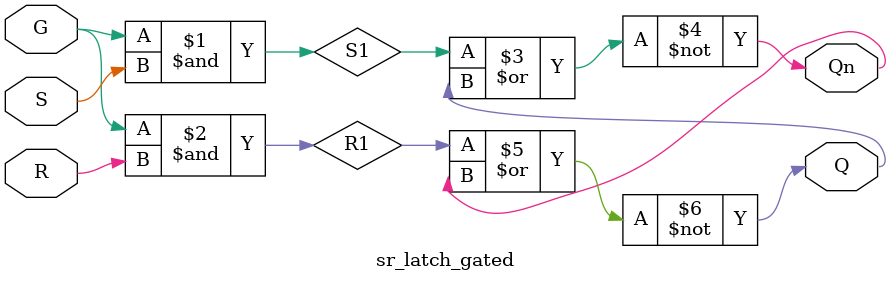
<source format=v>
/*
        BIDIRECTIONAL SHIFT REGISTER VERILOG CODE

*/

module shift_register_bidirectional(Q3, Q2, Q1, Q0, D3, D2, D1, D0, S1, S0, CLK);   
    output Q3;  // Register output most significant bit.
    output Q2;
    output Q1;
    output Q0;  // Register output least significant bit.
    input  D3;  // Register input most significant bit.
    input  D2;
    input  D1;
    input  D0;  // Register input least significant bit.
    input  S1;  // MUX selector most significant bit.
    input  S0;  // MUX selector least significant bit.
    input  CLK;
    wire   Q3n, Q2n, Q1n, Q0n;
    wire   X3, X2, X1, X0; 

    multiplexer_4_1 #(1) mux0(X0, Q3, Q1, Q0, D0, S1, S0);   
    d_flip_flop_edge_triggered dff0(Q0, Q0n, CLK, X0);
    multiplexer_4_1 #(1) mux1(X1, Q0, Q2, Q1, D1, S1, S0);   
    d_flip_flop_edge_triggered dff1(Q1, Q1n, CLK, X1);
    multiplexer_4_1 #(1) mux2(X2, Q1, Q3, Q2, D2, S1, S0);   
    d_flip_flop_edge_triggered dff2(Q2, Q2n, CLK, X2);
    multiplexer_4_1 #(1) mux3(X3, Q2, Q0, Q3, D3, S1, S0);   
    d_flip_flop_edge_triggered dff3(Q3, Q3n, CLK, X3);
    
endmodule // shift_register_bidirectional

module multiplexer_4_1(X, A0, A1, A2, A3, S1, S0);
    parameter WIDTH=16;     // How many bits wide are the lines
    output [WIDTH-1:0] X;   // The output line
    input [WIDTH-1:0]  A3;  // Input line with id 2'b11
    input [WIDTH-1:0]  A2;  // Input line with id 2'b10
    input [WIDTH-1:0]  A1;  // Input line with id 2'b01
    input [WIDTH-1:0]  A0;  // Input line with id 2'b00
    input  S0;  // Least significant selection bit
    input  S1;  // Most significant selection bit

    assign X = (S1 == 0 
	           ? (S0 == 0 
                 ? A0       // {S1,S0} = 2'b00
                 : A1)      // {S1,S0} = 2'b01
              : (S0 == 0 
                ? A2       // {S1,S0} = 2'b10
                : A3));    // {S1,S0} = 2'b11

endmodule // multiplexer_4_1


module d_flip_flop_edge_triggered(Q, Qn, C, D);
   output Q;
   output Qn;
   input  C;
   input  D;
   wire   Cn;   // Control input to the D latch.
   wire   Cnn;  // Control input to the SR latch.
   wire   DQ;   // Output from the D latch, inputs to the gated SR latch.
   wire   DQn;  // Output from the D latch, inputs to the gated SR latch.

   not(Cn, C);
   not(Cnn, Cn); 

   d_latch dl(DQ, DQn, Cn, D);
   sr_latch_gated sr(Q, Qn, Cnn, DQ, DQn);

endmodule // d_flip_flop_edge_triggered

module d_latch(Q, Qn, G, D);
   output Q;
   output Qn;
   input  G;   
   input  D;
   wire   Dn; 
   wire   D1;
   wire   Dn1;
   not(Dn, D);  

   and(D1, G, D);
   and(Dn1, G, Dn);   
   nor(Qn, D1, Q);
   nor(Q, Dn1, Qn);

endmodule // d_latch

module sr_latch_gated(Q, Qn, G, S, R);
   output Q;
   output Qn;
   input  G;   
   input  S;
   input  R;
   wire   S1;
   wire   R1;

   and(S1, G, S);
   and(R1, G, R);   
   nor(Qn, S1, Q);
   nor(Q, R1, Qn);

endmodule // sr_latch_gated


</source>
